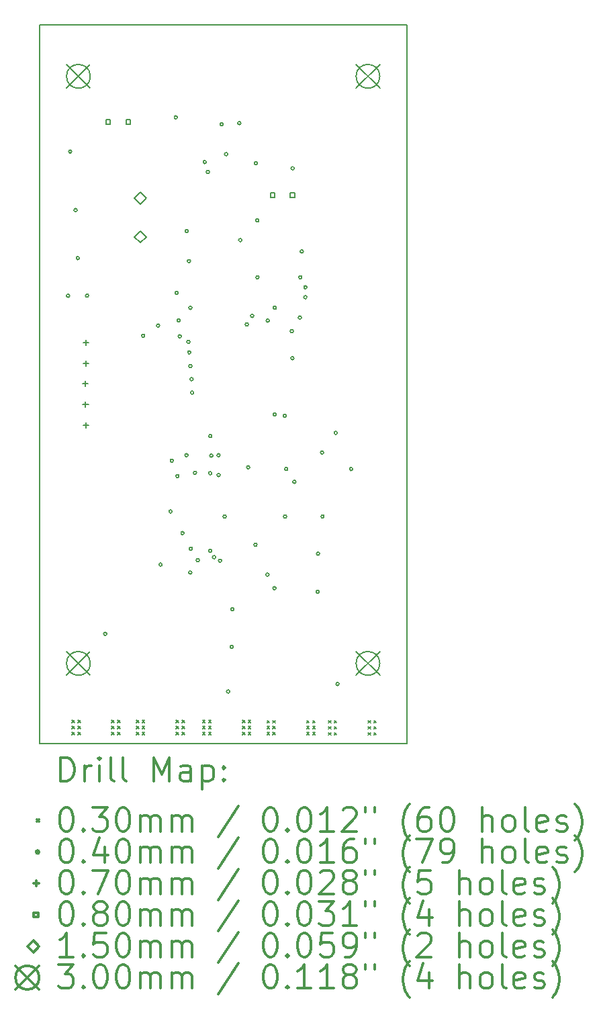
<source format=gbr>
%FSLAX45Y45*%
G04 Gerber Fmt 4.5, Leading zero omitted, Abs format (unit mm)*
G04 Created by KiCad (PCBNEW 4.0.7) date 05/08/19 21:53:56*
%MOMM*%
%LPD*%
G01*
G04 APERTURE LIST*
%ADD10C,0.127000*%
%ADD11C,0.150000*%
%ADD12C,0.200000*%
%ADD13C,0.300000*%
G04 APERTURE END LIST*
D10*
D11*
X15941548Y-13413232D02*
X11313668Y-13413232D01*
X11313160Y-13408914D02*
X11315700Y-13408914D01*
X11313160Y-4347464D02*
X11313160Y-13408914D01*
X15941040Y-4347464D02*
X11313160Y-4347464D01*
X15941040Y-13411200D02*
X15941040Y-4347464D01*
D12*
X11718050Y-13116920D02*
X11748050Y-13146920D01*
X11748050Y-13116920D02*
X11718050Y-13146920D01*
X11718050Y-13191920D02*
X11748050Y-13221920D01*
X11748050Y-13191920D02*
X11718050Y-13221920D01*
X11718050Y-13266920D02*
X11748050Y-13296920D01*
X11748050Y-13266920D02*
X11718050Y-13296920D01*
X11793050Y-13116920D02*
X11823050Y-13146920D01*
X11823050Y-13116920D02*
X11793050Y-13146920D01*
X11793050Y-13191920D02*
X11823050Y-13221920D01*
X11823050Y-13191920D02*
X11793050Y-13221920D01*
X11793050Y-13266920D02*
X11823050Y-13296920D01*
X11823050Y-13266920D02*
X11793050Y-13296920D01*
X12218050Y-13116920D02*
X12248050Y-13146920D01*
X12248050Y-13116920D02*
X12218050Y-13146920D01*
X12218050Y-13191920D02*
X12248050Y-13221920D01*
X12248050Y-13191920D02*
X12218050Y-13221920D01*
X12218050Y-13266920D02*
X12248050Y-13296920D01*
X12248050Y-13266920D02*
X12218050Y-13296920D01*
X12293050Y-13116920D02*
X12323050Y-13146920D01*
X12323050Y-13116920D02*
X12293050Y-13146920D01*
X12293050Y-13191920D02*
X12323050Y-13221920D01*
X12323050Y-13191920D02*
X12293050Y-13221920D01*
X12293050Y-13266920D02*
X12323050Y-13296920D01*
X12323050Y-13266920D02*
X12293050Y-13296920D01*
X12530400Y-13117600D02*
X12560400Y-13147600D01*
X12560400Y-13117600D02*
X12530400Y-13147600D01*
X12530400Y-13192600D02*
X12560400Y-13222600D01*
X12560400Y-13192600D02*
X12530400Y-13222600D01*
X12530400Y-13267600D02*
X12560400Y-13297600D01*
X12560400Y-13267600D02*
X12530400Y-13297600D01*
X12605400Y-13117600D02*
X12635400Y-13147600D01*
X12635400Y-13117600D02*
X12605400Y-13147600D01*
X12605400Y-13192600D02*
X12635400Y-13222600D01*
X12635400Y-13192600D02*
X12605400Y-13222600D01*
X12605400Y-13267600D02*
X12635400Y-13297600D01*
X12635400Y-13267600D02*
X12605400Y-13297600D01*
X13030400Y-13117600D02*
X13060400Y-13147600D01*
X13060400Y-13117600D02*
X13030400Y-13147600D01*
X13030400Y-13192600D02*
X13060400Y-13222600D01*
X13060400Y-13192600D02*
X13030400Y-13222600D01*
X13030400Y-13267600D02*
X13060400Y-13297600D01*
X13060400Y-13267600D02*
X13030400Y-13297600D01*
X13105400Y-13117600D02*
X13135400Y-13147600D01*
X13135400Y-13117600D02*
X13105400Y-13147600D01*
X13105400Y-13192600D02*
X13135400Y-13222600D01*
X13135400Y-13192600D02*
X13105400Y-13222600D01*
X13105400Y-13267600D02*
X13135400Y-13297600D01*
X13135400Y-13267600D02*
X13105400Y-13297600D01*
X13367780Y-13116920D02*
X13397780Y-13146920D01*
X13397780Y-13116920D02*
X13367780Y-13146920D01*
X13367780Y-13191920D02*
X13397780Y-13221920D01*
X13397780Y-13191920D02*
X13367780Y-13221920D01*
X13367780Y-13266920D02*
X13397780Y-13296920D01*
X13397780Y-13266920D02*
X13367780Y-13296920D01*
X13442780Y-13116920D02*
X13472780Y-13146920D01*
X13472780Y-13116920D02*
X13442780Y-13146920D01*
X13442780Y-13191920D02*
X13472780Y-13221920D01*
X13472780Y-13191920D02*
X13442780Y-13221920D01*
X13442780Y-13266920D02*
X13472780Y-13296920D01*
X13472780Y-13266920D02*
X13442780Y-13296920D01*
X13867780Y-13116920D02*
X13897780Y-13146920D01*
X13897780Y-13116920D02*
X13867780Y-13146920D01*
X13867780Y-13191920D02*
X13897780Y-13221920D01*
X13897780Y-13191920D02*
X13867780Y-13221920D01*
X13867780Y-13266920D02*
X13897780Y-13296920D01*
X13897780Y-13266920D02*
X13867780Y-13296920D01*
X13942780Y-13116920D02*
X13972780Y-13146920D01*
X13972780Y-13116920D02*
X13942780Y-13146920D01*
X13942780Y-13191920D02*
X13972780Y-13221920D01*
X13972780Y-13191920D02*
X13942780Y-13221920D01*
X13942780Y-13266920D02*
X13972780Y-13296920D01*
X13972780Y-13266920D02*
X13942780Y-13296920D01*
X14177532Y-13119460D02*
X14207532Y-13149460D01*
X14207532Y-13119460D02*
X14177532Y-13149460D01*
X14177532Y-13194460D02*
X14207532Y-13224460D01*
X14207532Y-13194460D02*
X14177532Y-13224460D01*
X14177532Y-13269460D02*
X14207532Y-13299460D01*
X14207532Y-13269460D02*
X14177532Y-13299460D01*
X14252532Y-13119460D02*
X14282532Y-13149460D01*
X14282532Y-13119460D02*
X14252532Y-13149460D01*
X14252532Y-13194460D02*
X14282532Y-13224460D01*
X14282532Y-13194460D02*
X14252532Y-13224460D01*
X14252532Y-13269460D02*
X14282532Y-13299460D01*
X14282532Y-13269460D02*
X14252532Y-13299460D01*
X14677532Y-13119460D02*
X14707532Y-13149460D01*
X14707532Y-13119460D02*
X14677532Y-13149460D01*
X14677532Y-13194460D02*
X14707532Y-13224460D01*
X14707532Y-13194460D02*
X14677532Y-13224460D01*
X14677532Y-13269460D02*
X14707532Y-13299460D01*
X14707532Y-13269460D02*
X14677532Y-13299460D01*
X14752532Y-13119460D02*
X14782532Y-13149460D01*
X14782532Y-13119460D02*
X14752532Y-13149460D01*
X14752532Y-13194460D02*
X14782532Y-13224460D01*
X14782532Y-13194460D02*
X14752532Y-13224460D01*
X14752532Y-13269460D02*
X14782532Y-13299460D01*
X14782532Y-13269460D02*
X14752532Y-13299460D01*
X14951470Y-13122254D02*
X14981470Y-13152254D01*
X14981470Y-13122254D02*
X14951470Y-13152254D01*
X14951470Y-13197254D02*
X14981470Y-13227254D01*
X14981470Y-13197254D02*
X14951470Y-13227254D01*
X14951470Y-13272254D02*
X14981470Y-13302254D01*
X14981470Y-13272254D02*
X14951470Y-13302254D01*
X15026470Y-13122254D02*
X15056470Y-13152254D01*
X15056470Y-13122254D02*
X15026470Y-13152254D01*
X15026470Y-13197254D02*
X15056470Y-13227254D01*
X15056470Y-13197254D02*
X15026470Y-13227254D01*
X15026470Y-13272254D02*
X15056470Y-13302254D01*
X15056470Y-13272254D02*
X15026470Y-13302254D01*
X15451470Y-13122254D02*
X15481470Y-13152254D01*
X15481470Y-13122254D02*
X15451470Y-13152254D01*
X15451470Y-13197254D02*
X15481470Y-13227254D01*
X15481470Y-13197254D02*
X15451470Y-13227254D01*
X15451470Y-13272254D02*
X15481470Y-13302254D01*
X15481470Y-13272254D02*
X15451470Y-13302254D01*
X15526470Y-13122254D02*
X15556470Y-13152254D01*
X15556470Y-13122254D02*
X15526470Y-13152254D01*
X15526470Y-13197254D02*
X15556470Y-13227254D01*
X15556470Y-13197254D02*
X15526470Y-13227254D01*
X15526470Y-13272254D02*
X15556470Y-13302254D01*
X15556470Y-13272254D02*
X15526470Y-13302254D01*
X11688900Y-7765600D02*
G75*
G03X11688900Y-7765600I-20000J0D01*
G01*
X11716000Y-5948000D02*
G75*
G03X11716000Y-5948000I-20000J0D01*
G01*
X11784000Y-6687000D02*
G75*
G03X11784000Y-6687000I-20000J0D01*
G01*
X11813000Y-7292000D02*
G75*
G03X11813000Y-7292000I-20000J0D01*
G01*
X11928900Y-7764600D02*
G75*
G03X11928900Y-7764600I-20000J0D01*
G01*
X12158312Y-12028268D02*
G75*
G03X12158312Y-12028268I-20000J0D01*
G01*
X12636900Y-8270600D02*
G75*
G03X12636900Y-8270600I-20000J0D01*
G01*
X12823900Y-8142600D02*
G75*
G03X12823900Y-8142600I-20000J0D01*
G01*
X12855890Y-11154156D02*
G75*
G03X12855890Y-11154156I-20000J0D01*
G01*
X12980900Y-10486600D02*
G75*
G03X12980900Y-10486600I-20000J0D01*
G01*
X12996900Y-9844600D02*
G75*
G03X12996900Y-9844600I-20000J0D01*
G01*
X13048000Y-5517000D02*
G75*
G03X13048000Y-5517000I-20000J0D01*
G01*
X13057000Y-7731000D02*
G75*
G03X13057000Y-7731000I-20000J0D01*
G01*
X13068488Y-10039858D02*
G75*
G03X13068488Y-10039858I-20000J0D01*
G01*
X13084000Y-8075000D02*
G75*
G03X13084000Y-8075000I-20000J0D01*
G01*
X13097900Y-8276600D02*
G75*
G03X13097900Y-8276600I-20000J0D01*
G01*
X13132496Y-10757916D02*
G75*
G03X13132496Y-10757916I-20000J0D01*
G01*
X13182788Y-9775698D02*
G75*
G03X13182788Y-9775698I-20000J0D01*
G01*
X13186000Y-6951000D02*
G75*
G03X13186000Y-6951000I-20000J0D01*
G01*
X13206900Y-8346600D02*
G75*
G03X13206900Y-8346600I-20000J0D01*
G01*
X13213000Y-7330000D02*
G75*
G03X13213000Y-7330000I-20000J0D01*
G01*
X13217900Y-8480600D02*
G75*
G03X13217900Y-8480600I-20000J0D01*
G01*
X13231048Y-11255756D02*
G75*
G03X13231048Y-11255756I-20000J0D01*
G01*
X13231900Y-7917600D02*
G75*
G03X13231900Y-7917600I-20000J0D01*
G01*
X13231900Y-8651600D02*
G75*
G03X13231900Y-8651600I-20000J0D01*
G01*
X13237652Y-10955020D02*
G75*
G03X13237652Y-10955020I-20000J0D01*
G01*
X13246900Y-8817600D02*
G75*
G03X13246900Y-8817600I-20000J0D01*
G01*
X13253900Y-8987600D02*
G75*
G03X13253900Y-8987600I-20000J0D01*
G01*
X13289468Y-9997440D02*
G75*
G03X13289468Y-9997440I-20000J0D01*
G01*
X13324520Y-11099292D02*
G75*
G03X13324520Y-11099292I-20000J0D01*
G01*
X13412000Y-6081000D02*
G75*
G03X13412000Y-6081000I-20000J0D01*
G01*
X13450900Y-6205600D02*
G75*
G03X13450900Y-6205600I-20000J0D01*
G01*
X13479968Y-10981944D02*
G75*
G03X13479968Y-10981944I-20000J0D01*
G01*
X13481238Y-10003282D02*
G75*
G03X13481238Y-10003282I-20000J0D01*
G01*
X13483016Y-9534144D02*
G75*
G03X13483016Y-9534144I-20000J0D01*
G01*
X13495716Y-9782048D02*
G75*
G03X13495716Y-9782048I-20000J0D01*
G01*
X13528736Y-11061192D02*
G75*
G03X13528736Y-11061192I-20000J0D01*
G01*
X13586648Y-9774936D02*
G75*
G03X13586648Y-9774936I-20000J0D01*
G01*
X13587410Y-10026142D02*
G75*
G03X13587410Y-10026142I-20000J0D01*
G01*
X13605698Y-11106150D02*
G75*
G03X13605698Y-11106150I-20000J0D01*
G01*
X13625900Y-5606600D02*
G75*
G03X13625900Y-5606600I-20000J0D01*
G01*
X13662900Y-10549600D02*
G75*
G03X13662900Y-10549600I-20000J0D01*
G01*
X13682900Y-5980600D02*
G75*
G03X13682900Y-5980600I-20000J0D01*
G01*
X13707044Y-12754864D02*
G75*
G03X13707044Y-12754864I-20000J0D01*
G01*
X13751240Y-12190476D02*
G75*
G03X13751240Y-12190476I-20000J0D01*
G01*
X13761146Y-11718798D02*
G75*
G03X13761146Y-11718798I-20000J0D01*
G01*
X13848000Y-5591000D02*
G75*
G03X13848000Y-5591000I-20000J0D01*
G01*
X13860900Y-7065600D02*
G75*
G03X13860900Y-7065600I-20000J0D01*
G01*
X13942900Y-8128600D02*
G75*
G03X13942900Y-8128600I-20000J0D01*
G01*
X13959900Y-9927600D02*
G75*
G03X13959900Y-9927600I-20000J0D01*
G01*
X14010900Y-8019600D02*
G75*
G03X14010900Y-8019600I-20000J0D01*
G01*
X14051468Y-10904220D02*
G75*
G03X14051468Y-10904220I-20000J0D01*
G01*
X14057000Y-6097000D02*
G75*
G03X14057000Y-6097000I-20000J0D01*
G01*
X14074900Y-6817600D02*
G75*
G03X14074900Y-6817600I-20000J0D01*
G01*
X14076900Y-7533600D02*
G75*
G03X14076900Y-7533600I-20000J0D01*
G01*
X14202852Y-11281664D02*
G75*
G03X14202852Y-11281664I-20000J0D01*
G01*
X14206900Y-8078600D02*
G75*
G03X14206900Y-8078600I-20000J0D01*
G01*
X14292260Y-11452352D02*
G75*
G03X14292260Y-11452352I-20000J0D01*
G01*
X14293784Y-9261348D02*
G75*
G03X14293784Y-9261348I-20000J0D01*
G01*
X14295900Y-7916600D02*
G75*
G03X14295900Y-7916600I-20000J0D01*
G01*
X14422000Y-9281000D02*
G75*
G03X14422000Y-9281000I-20000J0D01*
G01*
X14425900Y-10548600D02*
G75*
G03X14425900Y-10548600I-20000J0D01*
G01*
X14440000Y-9949000D02*
G75*
G03X14440000Y-9949000I-20000J0D01*
G01*
X14509900Y-8211600D02*
G75*
G03X14509900Y-8211600I-20000J0D01*
G01*
X14517900Y-8554600D02*
G75*
G03X14517900Y-8554600I-20000J0D01*
G01*
X14519900Y-6159600D02*
G75*
G03X14519900Y-6159600I-20000J0D01*
G01*
X14541900Y-10111600D02*
G75*
G03X14541900Y-10111600I-20000J0D01*
G01*
X14611900Y-8041600D02*
G75*
G03X14611900Y-8041600I-20000J0D01*
G01*
X14617900Y-7533600D02*
G75*
G03X14617900Y-7533600I-20000J0D01*
G01*
X14635000Y-7207000D02*
G75*
G03X14635000Y-7207000I-20000J0D01*
G01*
X14679900Y-7784600D02*
G75*
G03X14679900Y-7784600I-20000J0D01*
G01*
X14682000Y-7659600D02*
G75*
G03X14682000Y-7659600I-20000J0D01*
G01*
X14835312Y-11495278D02*
G75*
G03X14835312Y-11495278I-20000J0D01*
G01*
X14840900Y-11017504D02*
G75*
G03X14840900Y-11017504I-20000J0D01*
G01*
X14891700Y-9741408D02*
G75*
G03X14891700Y-9741408I-20000J0D01*
G01*
X14897796Y-10548112D02*
G75*
G03X14897796Y-10548112I-20000J0D01*
G01*
X15064420Y-9494774D02*
G75*
G03X15064420Y-9494774I-20000J0D01*
G01*
X15086412Y-12659844D02*
G75*
G03X15086412Y-12659844I-20000J0D01*
G01*
X15258900Y-9950600D02*
G75*
G03X15258900Y-9950600I-20000J0D01*
G01*
X11886900Y-8839600D02*
X11886900Y-8909600D01*
X11851900Y-8874600D02*
X11921900Y-8874600D01*
X11889900Y-9098600D02*
X11889900Y-9168600D01*
X11854900Y-9133600D02*
X11924900Y-9133600D01*
X11892900Y-8580600D02*
X11892900Y-8650600D01*
X11857900Y-8615600D02*
X11927900Y-8615600D01*
X11894900Y-8320600D02*
X11894900Y-8390600D01*
X11859900Y-8355600D02*
X11929900Y-8355600D01*
X11897900Y-9361600D02*
X11897900Y-9431600D01*
X11862900Y-9396600D02*
X11932900Y-9396600D01*
X12203284Y-5602284D02*
X12203284Y-5545716D01*
X12146715Y-5545716D01*
X12146715Y-5602284D01*
X12203284Y-5602284D01*
X12457284Y-5602284D02*
X12457284Y-5545716D01*
X12400715Y-5545716D01*
X12400715Y-5602284D01*
X12457284Y-5602284D01*
X14278184Y-6526884D02*
X14278184Y-6470315D01*
X14221615Y-6470315D01*
X14221615Y-6526884D01*
X14278184Y-6526884D01*
X14528184Y-6526884D02*
X14528184Y-6470315D01*
X14471615Y-6470315D01*
X14471615Y-6526884D01*
X14528184Y-6526884D01*
X12580900Y-6608600D02*
X12655900Y-6533600D01*
X12580900Y-6458600D01*
X12505900Y-6533600D01*
X12580900Y-6608600D01*
X12580900Y-7098600D02*
X12655900Y-7023600D01*
X12580900Y-6948600D01*
X12505900Y-7023600D01*
X12580900Y-7098600D01*
X11650000Y-4850000D02*
X11950000Y-5150000D01*
X11950000Y-4850000D02*
X11650000Y-5150000D01*
X11950000Y-5000000D02*
G75*
G03X11950000Y-5000000I-150000J0D01*
G01*
X11650000Y-12250000D02*
X11950000Y-12550000D01*
X11950000Y-12250000D02*
X11650000Y-12550000D01*
X11950000Y-12400000D02*
G75*
G03X11950000Y-12400000I-150000J0D01*
G01*
X15300000Y-4850000D02*
X15600000Y-5150000D01*
X15600000Y-4850000D02*
X15300000Y-5150000D01*
X15600000Y-5000000D02*
G75*
G03X15600000Y-5000000I-150000J0D01*
G01*
X15300000Y-12250000D02*
X15600000Y-12550000D01*
X15600000Y-12250000D02*
X15300000Y-12550000D01*
X15600000Y-12400000D02*
G75*
G03X15600000Y-12400000I-150000J0D01*
G01*
D13*
X11577088Y-13886446D02*
X11577088Y-13586446D01*
X11648517Y-13586446D01*
X11691374Y-13600732D01*
X11719946Y-13629303D01*
X11734231Y-13657875D01*
X11748517Y-13715018D01*
X11748517Y-13757875D01*
X11734231Y-13815018D01*
X11719946Y-13843589D01*
X11691374Y-13872161D01*
X11648517Y-13886446D01*
X11577088Y-13886446D01*
X11877088Y-13886446D02*
X11877088Y-13686446D01*
X11877088Y-13743589D02*
X11891374Y-13715018D01*
X11905660Y-13700732D01*
X11934231Y-13686446D01*
X11962803Y-13686446D01*
X12062803Y-13886446D02*
X12062803Y-13686446D01*
X12062803Y-13586446D02*
X12048517Y-13600732D01*
X12062803Y-13615018D01*
X12077088Y-13600732D01*
X12062803Y-13586446D01*
X12062803Y-13615018D01*
X12248517Y-13886446D02*
X12219946Y-13872161D01*
X12205660Y-13843589D01*
X12205660Y-13586446D01*
X12405660Y-13886446D02*
X12377088Y-13872161D01*
X12362803Y-13843589D01*
X12362803Y-13586446D01*
X12748517Y-13886446D02*
X12748517Y-13586446D01*
X12848517Y-13800732D01*
X12948517Y-13586446D01*
X12948517Y-13886446D01*
X13219946Y-13886446D02*
X13219946Y-13729303D01*
X13205660Y-13700732D01*
X13177088Y-13686446D01*
X13119946Y-13686446D01*
X13091374Y-13700732D01*
X13219946Y-13872161D02*
X13191374Y-13886446D01*
X13119946Y-13886446D01*
X13091374Y-13872161D01*
X13077088Y-13843589D01*
X13077088Y-13815018D01*
X13091374Y-13786446D01*
X13119946Y-13772161D01*
X13191374Y-13772161D01*
X13219946Y-13757875D01*
X13362803Y-13686446D02*
X13362803Y-13986446D01*
X13362803Y-13700732D02*
X13391374Y-13686446D01*
X13448517Y-13686446D01*
X13477088Y-13700732D01*
X13491374Y-13715018D01*
X13505660Y-13743589D01*
X13505660Y-13829303D01*
X13491374Y-13857875D01*
X13477088Y-13872161D01*
X13448517Y-13886446D01*
X13391374Y-13886446D01*
X13362803Y-13872161D01*
X13634231Y-13857875D02*
X13648517Y-13872161D01*
X13634231Y-13886446D01*
X13619946Y-13872161D01*
X13634231Y-13857875D01*
X13634231Y-13886446D01*
X13634231Y-13700732D02*
X13648517Y-13715018D01*
X13634231Y-13729303D01*
X13619946Y-13715018D01*
X13634231Y-13700732D01*
X13634231Y-13729303D01*
X11275660Y-14365732D02*
X11305660Y-14395732D01*
X11305660Y-14365732D02*
X11275660Y-14395732D01*
X11634231Y-14216446D02*
X11662803Y-14216446D01*
X11691374Y-14230732D01*
X11705660Y-14245018D01*
X11719946Y-14273589D01*
X11734231Y-14330732D01*
X11734231Y-14402161D01*
X11719946Y-14459303D01*
X11705660Y-14487875D01*
X11691374Y-14502161D01*
X11662803Y-14516446D01*
X11634231Y-14516446D01*
X11605660Y-14502161D01*
X11591374Y-14487875D01*
X11577088Y-14459303D01*
X11562803Y-14402161D01*
X11562803Y-14330732D01*
X11577088Y-14273589D01*
X11591374Y-14245018D01*
X11605660Y-14230732D01*
X11634231Y-14216446D01*
X11862803Y-14487875D02*
X11877088Y-14502161D01*
X11862803Y-14516446D01*
X11848517Y-14502161D01*
X11862803Y-14487875D01*
X11862803Y-14516446D01*
X11977088Y-14216446D02*
X12162803Y-14216446D01*
X12062803Y-14330732D01*
X12105660Y-14330732D01*
X12134231Y-14345018D01*
X12148517Y-14359303D01*
X12162803Y-14387875D01*
X12162803Y-14459303D01*
X12148517Y-14487875D01*
X12134231Y-14502161D01*
X12105660Y-14516446D01*
X12019946Y-14516446D01*
X11991374Y-14502161D01*
X11977088Y-14487875D01*
X12348517Y-14216446D02*
X12377088Y-14216446D01*
X12405660Y-14230732D01*
X12419946Y-14245018D01*
X12434231Y-14273589D01*
X12448517Y-14330732D01*
X12448517Y-14402161D01*
X12434231Y-14459303D01*
X12419946Y-14487875D01*
X12405660Y-14502161D01*
X12377088Y-14516446D01*
X12348517Y-14516446D01*
X12319946Y-14502161D01*
X12305660Y-14487875D01*
X12291374Y-14459303D01*
X12277088Y-14402161D01*
X12277088Y-14330732D01*
X12291374Y-14273589D01*
X12305660Y-14245018D01*
X12319946Y-14230732D01*
X12348517Y-14216446D01*
X12577088Y-14516446D02*
X12577088Y-14316446D01*
X12577088Y-14345018D02*
X12591374Y-14330732D01*
X12619946Y-14316446D01*
X12662803Y-14316446D01*
X12691374Y-14330732D01*
X12705660Y-14359303D01*
X12705660Y-14516446D01*
X12705660Y-14359303D02*
X12719946Y-14330732D01*
X12748517Y-14316446D01*
X12791374Y-14316446D01*
X12819946Y-14330732D01*
X12834231Y-14359303D01*
X12834231Y-14516446D01*
X12977088Y-14516446D02*
X12977088Y-14316446D01*
X12977088Y-14345018D02*
X12991374Y-14330732D01*
X13019946Y-14316446D01*
X13062803Y-14316446D01*
X13091374Y-14330732D01*
X13105660Y-14359303D01*
X13105660Y-14516446D01*
X13105660Y-14359303D02*
X13119946Y-14330732D01*
X13148517Y-14316446D01*
X13191374Y-14316446D01*
X13219946Y-14330732D01*
X13234231Y-14359303D01*
X13234231Y-14516446D01*
X13819946Y-14202161D02*
X13562803Y-14587875D01*
X14205660Y-14216446D02*
X14234231Y-14216446D01*
X14262803Y-14230732D01*
X14277088Y-14245018D01*
X14291374Y-14273589D01*
X14305660Y-14330732D01*
X14305660Y-14402161D01*
X14291374Y-14459303D01*
X14277088Y-14487875D01*
X14262803Y-14502161D01*
X14234231Y-14516446D01*
X14205660Y-14516446D01*
X14177088Y-14502161D01*
X14162803Y-14487875D01*
X14148517Y-14459303D01*
X14134231Y-14402161D01*
X14134231Y-14330732D01*
X14148517Y-14273589D01*
X14162803Y-14245018D01*
X14177088Y-14230732D01*
X14205660Y-14216446D01*
X14434231Y-14487875D02*
X14448517Y-14502161D01*
X14434231Y-14516446D01*
X14419946Y-14502161D01*
X14434231Y-14487875D01*
X14434231Y-14516446D01*
X14634231Y-14216446D02*
X14662803Y-14216446D01*
X14691374Y-14230732D01*
X14705660Y-14245018D01*
X14719945Y-14273589D01*
X14734231Y-14330732D01*
X14734231Y-14402161D01*
X14719945Y-14459303D01*
X14705660Y-14487875D01*
X14691374Y-14502161D01*
X14662803Y-14516446D01*
X14634231Y-14516446D01*
X14605660Y-14502161D01*
X14591374Y-14487875D01*
X14577088Y-14459303D01*
X14562803Y-14402161D01*
X14562803Y-14330732D01*
X14577088Y-14273589D01*
X14591374Y-14245018D01*
X14605660Y-14230732D01*
X14634231Y-14216446D01*
X15019945Y-14516446D02*
X14848517Y-14516446D01*
X14934231Y-14516446D02*
X14934231Y-14216446D01*
X14905660Y-14259303D01*
X14877088Y-14287875D01*
X14848517Y-14302161D01*
X15134231Y-14245018D02*
X15148517Y-14230732D01*
X15177088Y-14216446D01*
X15248517Y-14216446D01*
X15277088Y-14230732D01*
X15291374Y-14245018D01*
X15305660Y-14273589D01*
X15305660Y-14302161D01*
X15291374Y-14345018D01*
X15119945Y-14516446D01*
X15305660Y-14516446D01*
X15419946Y-14216446D02*
X15419946Y-14273589D01*
X15534231Y-14216446D02*
X15534231Y-14273589D01*
X15977088Y-14630732D02*
X15962803Y-14616446D01*
X15934231Y-14573589D01*
X15919945Y-14545018D01*
X15905660Y-14502161D01*
X15891374Y-14430732D01*
X15891374Y-14373589D01*
X15905660Y-14302161D01*
X15919945Y-14259303D01*
X15934231Y-14230732D01*
X15962803Y-14187875D01*
X15977088Y-14173589D01*
X16219945Y-14216446D02*
X16162803Y-14216446D01*
X16134231Y-14230732D01*
X16119945Y-14245018D01*
X16091374Y-14287875D01*
X16077088Y-14345018D01*
X16077088Y-14459303D01*
X16091374Y-14487875D01*
X16105660Y-14502161D01*
X16134231Y-14516446D01*
X16191374Y-14516446D01*
X16219945Y-14502161D01*
X16234231Y-14487875D01*
X16248517Y-14459303D01*
X16248517Y-14387875D01*
X16234231Y-14359303D01*
X16219945Y-14345018D01*
X16191374Y-14330732D01*
X16134231Y-14330732D01*
X16105660Y-14345018D01*
X16091374Y-14359303D01*
X16077088Y-14387875D01*
X16434231Y-14216446D02*
X16462803Y-14216446D01*
X16491374Y-14230732D01*
X16505660Y-14245018D01*
X16519945Y-14273589D01*
X16534231Y-14330732D01*
X16534231Y-14402161D01*
X16519945Y-14459303D01*
X16505660Y-14487875D01*
X16491374Y-14502161D01*
X16462803Y-14516446D01*
X16434231Y-14516446D01*
X16405660Y-14502161D01*
X16391374Y-14487875D01*
X16377088Y-14459303D01*
X16362803Y-14402161D01*
X16362803Y-14330732D01*
X16377088Y-14273589D01*
X16391374Y-14245018D01*
X16405660Y-14230732D01*
X16434231Y-14216446D01*
X16891374Y-14516446D02*
X16891374Y-14216446D01*
X17019946Y-14516446D02*
X17019946Y-14359303D01*
X17005660Y-14330732D01*
X16977088Y-14316446D01*
X16934231Y-14316446D01*
X16905660Y-14330732D01*
X16891374Y-14345018D01*
X17205660Y-14516446D02*
X17177088Y-14502161D01*
X17162803Y-14487875D01*
X17148517Y-14459303D01*
X17148517Y-14373589D01*
X17162803Y-14345018D01*
X17177088Y-14330732D01*
X17205660Y-14316446D01*
X17248517Y-14316446D01*
X17277088Y-14330732D01*
X17291374Y-14345018D01*
X17305660Y-14373589D01*
X17305660Y-14459303D01*
X17291374Y-14487875D01*
X17277088Y-14502161D01*
X17248517Y-14516446D01*
X17205660Y-14516446D01*
X17477088Y-14516446D02*
X17448517Y-14502161D01*
X17434231Y-14473589D01*
X17434231Y-14216446D01*
X17705660Y-14502161D02*
X17677089Y-14516446D01*
X17619946Y-14516446D01*
X17591374Y-14502161D01*
X17577089Y-14473589D01*
X17577089Y-14359303D01*
X17591374Y-14330732D01*
X17619946Y-14316446D01*
X17677089Y-14316446D01*
X17705660Y-14330732D01*
X17719946Y-14359303D01*
X17719946Y-14387875D01*
X17577089Y-14416446D01*
X17834231Y-14502161D02*
X17862803Y-14516446D01*
X17919946Y-14516446D01*
X17948517Y-14502161D01*
X17962803Y-14473589D01*
X17962803Y-14459303D01*
X17948517Y-14430732D01*
X17919946Y-14416446D01*
X17877089Y-14416446D01*
X17848517Y-14402161D01*
X17834231Y-14373589D01*
X17834231Y-14359303D01*
X17848517Y-14330732D01*
X17877089Y-14316446D01*
X17919946Y-14316446D01*
X17948517Y-14330732D01*
X18062803Y-14630732D02*
X18077089Y-14616446D01*
X18105660Y-14573589D01*
X18119946Y-14545018D01*
X18134231Y-14502161D01*
X18148517Y-14430732D01*
X18148517Y-14373589D01*
X18134231Y-14302161D01*
X18119946Y-14259303D01*
X18105660Y-14230732D01*
X18077089Y-14187875D01*
X18062803Y-14173589D01*
X11305660Y-14776732D02*
G75*
G03X11305660Y-14776732I-20000J0D01*
G01*
X11634231Y-14612446D02*
X11662803Y-14612446D01*
X11691374Y-14626732D01*
X11705660Y-14641018D01*
X11719946Y-14669589D01*
X11734231Y-14726732D01*
X11734231Y-14798161D01*
X11719946Y-14855303D01*
X11705660Y-14883875D01*
X11691374Y-14898161D01*
X11662803Y-14912446D01*
X11634231Y-14912446D01*
X11605660Y-14898161D01*
X11591374Y-14883875D01*
X11577088Y-14855303D01*
X11562803Y-14798161D01*
X11562803Y-14726732D01*
X11577088Y-14669589D01*
X11591374Y-14641018D01*
X11605660Y-14626732D01*
X11634231Y-14612446D01*
X11862803Y-14883875D02*
X11877088Y-14898161D01*
X11862803Y-14912446D01*
X11848517Y-14898161D01*
X11862803Y-14883875D01*
X11862803Y-14912446D01*
X12134231Y-14712446D02*
X12134231Y-14912446D01*
X12062803Y-14598161D02*
X11991374Y-14812446D01*
X12177088Y-14812446D01*
X12348517Y-14612446D02*
X12377088Y-14612446D01*
X12405660Y-14626732D01*
X12419946Y-14641018D01*
X12434231Y-14669589D01*
X12448517Y-14726732D01*
X12448517Y-14798161D01*
X12434231Y-14855303D01*
X12419946Y-14883875D01*
X12405660Y-14898161D01*
X12377088Y-14912446D01*
X12348517Y-14912446D01*
X12319946Y-14898161D01*
X12305660Y-14883875D01*
X12291374Y-14855303D01*
X12277088Y-14798161D01*
X12277088Y-14726732D01*
X12291374Y-14669589D01*
X12305660Y-14641018D01*
X12319946Y-14626732D01*
X12348517Y-14612446D01*
X12577088Y-14912446D02*
X12577088Y-14712446D01*
X12577088Y-14741018D02*
X12591374Y-14726732D01*
X12619946Y-14712446D01*
X12662803Y-14712446D01*
X12691374Y-14726732D01*
X12705660Y-14755303D01*
X12705660Y-14912446D01*
X12705660Y-14755303D02*
X12719946Y-14726732D01*
X12748517Y-14712446D01*
X12791374Y-14712446D01*
X12819946Y-14726732D01*
X12834231Y-14755303D01*
X12834231Y-14912446D01*
X12977088Y-14912446D02*
X12977088Y-14712446D01*
X12977088Y-14741018D02*
X12991374Y-14726732D01*
X13019946Y-14712446D01*
X13062803Y-14712446D01*
X13091374Y-14726732D01*
X13105660Y-14755303D01*
X13105660Y-14912446D01*
X13105660Y-14755303D02*
X13119946Y-14726732D01*
X13148517Y-14712446D01*
X13191374Y-14712446D01*
X13219946Y-14726732D01*
X13234231Y-14755303D01*
X13234231Y-14912446D01*
X13819946Y-14598161D02*
X13562803Y-14983875D01*
X14205660Y-14612446D02*
X14234231Y-14612446D01*
X14262803Y-14626732D01*
X14277088Y-14641018D01*
X14291374Y-14669589D01*
X14305660Y-14726732D01*
X14305660Y-14798161D01*
X14291374Y-14855303D01*
X14277088Y-14883875D01*
X14262803Y-14898161D01*
X14234231Y-14912446D01*
X14205660Y-14912446D01*
X14177088Y-14898161D01*
X14162803Y-14883875D01*
X14148517Y-14855303D01*
X14134231Y-14798161D01*
X14134231Y-14726732D01*
X14148517Y-14669589D01*
X14162803Y-14641018D01*
X14177088Y-14626732D01*
X14205660Y-14612446D01*
X14434231Y-14883875D02*
X14448517Y-14898161D01*
X14434231Y-14912446D01*
X14419946Y-14898161D01*
X14434231Y-14883875D01*
X14434231Y-14912446D01*
X14634231Y-14612446D02*
X14662803Y-14612446D01*
X14691374Y-14626732D01*
X14705660Y-14641018D01*
X14719945Y-14669589D01*
X14734231Y-14726732D01*
X14734231Y-14798161D01*
X14719945Y-14855303D01*
X14705660Y-14883875D01*
X14691374Y-14898161D01*
X14662803Y-14912446D01*
X14634231Y-14912446D01*
X14605660Y-14898161D01*
X14591374Y-14883875D01*
X14577088Y-14855303D01*
X14562803Y-14798161D01*
X14562803Y-14726732D01*
X14577088Y-14669589D01*
X14591374Y-14641018D01*
X14605660Y-14626732D01*
X14634231Y-14612446D01*
X15019945Y-14912446D02*
X14848517Y-14912446D01*
X14934231Y-14912446D02*
X14934231Y-14612446D01*
X14905660Y-14655303D01*
X14877088Y-14683875D01*
X14848517Y-14698161D01*
X15277088Y-14612446D02*
X15219945Y-14612446D01*
X15191374Y-14626732D01*
X15177088Y-14641018D01*
X15148517Y-14683875D01*
X15134231Y-14741018D01*
X15134231Y-14855303D01*
X15148517Y-14883875D01*
X15162803Y-14898161D01*
X15191374Y-14912446D01*
X15248517Y-14912446D01*
X15277088Y-14898161D01*
X15291374Y-14883875D01*
X15305660Y-14855303D01*
X15305660Y-14783875D01*
X15291374Y-14755303D01*
X15277088Y-14741018D01*
X15248517Y-14726732D01*
X15191374Y-14726732D01*
X15162803Y-14741018D01*
X15148517Y-14755303D01*
X15134231Y-14783875D01*
X15419946Y-14612446D02*
X15419946Y-14669589D01*
X15534231Y-14612446D02*
X15534231Y-14669589D01*
X15977088Y-15026732D02*
X15962803Y-15012446D01*
X15934231Y-14969589D01*
X15919945Y-14941018D01*
X15905660Y-14898161D01*
X15891374Y-14826732D01*
X15891374Y-14769589D01*
X15905660Y-14698161D01*
X15919945Y-14655303D01*
X15934231Y-14626732D01*
X15962803Y-14583875D01*
X15977088Y-14569589D01*
X16062803Y-14612446D02*
X16262803Y-14612446D01*
X16134231Y-14912446D01*
X16391374Y-14912446D02*
X16448517Y-14912446D01*
X16477088Y-14898161D01*
X16491374Y-14883875D01*
X16519945Y-14841018D01*
X16534231Y-14783875D01*
X16534231Y-14669589D01*
X16519945Y-14641018D01*
X16505660Y-14626732D01*
X16477088Y-14612446D01*
X16419945Y-14612446D01*
X16391374Y-14626732D01*
X16377088Y-14641018D01*
X16362803Y-14669589D01*
X16362803Y-14741018D01*
X16377088Y-14769589D01*
X16391374Y-14783875D01*
X16419945Y-14798161D01*
X16477088Y-14798161D01*
X16505660Y-14783875D01*
X16519945Y-14769589D01*
X16534231Y-14741018D01*
X16891374Y-14912446D02*
X16891374Y-14612446D01*
X17019946Y-14912446D02*
X17019946Y-14755303D01*
X17005660Y-14726732D01*
X16977088Y-14712446D01*
X16934231Y-14712446D01*
X16905660Y-14726732D01*
X16891374Y-14741018D01*
X17205660Y-14912446D02*
X17177088Y-14898161D01*
X17162803Y-14883875D01*
X17148517Y-14855303D01*
X17148517Y-14769589D01*
X17162803Y-14741018D01*
X17177088Y-14726732D01*
X17205660Y-14712446D01*
X17248517Y-14712446D01*
X17277088Y-14726732D01*
X17291374Y-14741018D01*
X17305660Y-14769589D01*
X17305660Y-14855303D01*
X17291374Y-14883875D01*
X17277088Y-14898161D01*
X17248517Y-14912446D01*
X17205660Y-14912446D01*
X17477088Y-14912446D02*
X17448517Y-14898161D01*
X17434231Y-14869589D01*
X17434231Y-14612446D01*
X17705660Y-14898161D02*
X17677089Y-14912446D01*
X17619946Y-14912446D01*
X17591374Y-14898161D01*
X17577089Y-14869589D01*
X17577089Y-14755303D01*
X17591374Y-14726732D01*
X17619946Y-14712446D01*
X17677089Y-14712446D01*
X17705660Y-14726732D01*
X17719946Y-14755303D01*
X17719946Y-14783875D01*
X17577089Y-14812446D01*
X17834231Y-14898161D02*
X17862803Y-14912446D01*
X17919946Y-14912446D01*
X17948517Y-14898161D01*
X17962803Y-14869589D01*
X17962803Y-14855303D01*
X17948517Y-14826732D01*
X17919946Y-14812446D01*
X17877089Y-14812446D01*
X17848517Y-14798161D01*
X17834231Y-14769589D01*
X17834231Y-14755303D01*
X17848517Y-14726732D01*
X17877089Y-14712446D01*
X17919946Y-14712446D01*
X17948517Y-14726732D01*
X18062803Y-15026732D02*
X18077089Y-15012446D01*
X18105660Y-14969589D01*
X18119946Y-14941018D01*
X18134231Y-14898161D01*
X18148517Y-14826732D01*
X18148517Y-14769589D01*
X18134231Y-14698161D01*
X18119946Y-14655303D01*
X18105660Y-14626732D01*
X18077089Y-14583875D01*
X18062803Y-14569589D01*
X11270660Y-15137732D02*
X11270660Y-15207732D01*
X11235660Y-15172732D02*
X11305660Y-15172732D01*
X11634231Y-15008446D02*
X11662803Y-15008446D01*
X11691374Y-15022732D01*
X11705660Y-15037018D01*
X11719946Y-15065589D01*
X11734231Y-15122732D01*
X11734231Y-15194161D01*
X11719946Y-15251303D01*
X11705660Y-15279875D01*
X11691374Y-15294161D01*
X11662803Y-15308446D01*
X11634231Y-15308446D01*
X11605660Y-15294161D01*
X11591374Y-15279875D01*
X11577088Y-15251303D01*
X11562803Y-15194161D01*
X11562803Y-15122732D01*
X11577088Y-15065589D01*
X11591374Y-15037018D01*
X11605660Y-15022732D01*
X11634231Y-15008446D01*
X11862803Y-15279875D02*
X11877088Y-15294161D01*
X11862803Y-15308446D01*
X11848517Y-15294161D01*
X11862803Y-15279875D01*
X11862803Y-15308446D01*
X11977088Y-15008446D02*
X12177088Y-15008446D01*
X12048517Y-15308446D01*
X12348517Y-15008446D02*
X12377088Y-15008446D01*
X12405660Y-15022732D01*
X12419946Y-15037018D01*
X12434231Y-15065589D01*
X12448517Y-15122732D01*
X12448517Y-15194161D01*
X12434231Y-15251303D01*
X12419946Y-15279875D01*
X12405660Y-15294161D01*
X12377088Y-15308446D01*
X12348517Y-15308446D01*
X12319946Y-15294161D01*
X12305660Y-15279875D01*
X12291374Y-15251303D01*
X12277088Y-15194161D01*
X12277088Y-15122732D01*
X12291374Y-15065589D01*
X12305660Y-15037018D01*
X12319946Y-15022732D01*
X12348517Y-15008446D01*
X12577088Y-15308446D02*
X12577088Y-15108446D01*
X12577088Y-15137018D02*
X12591374Y-15122732D01*
X12619946Y-15108446D01*
X12662803Y-15108446D01*
X12691374Y-15122732D01*
X12705660Y-15151303D01*
X12705660Y-15308446D01*
X12705660Y-15151303D02*
X12719946Y-15122732D01*
X12748517Y-15108446D01*
X12791374Y-15108446D01*
X12819946Y-15122732D01*
X12834231Y-15151303D01*
X12834231Y-15308446D01*
X12977088Y-15308446D02*
X12977088Y-15108446D01*
X12977088Y-15137018D02*
X12991374Y-15122732D01*
X13019946Y-15108446D01*
X13062803Y-15108446D01*
X13091374Y-15122732D01*
X13105660Y-15151303D01*
X13105660Y-15308446D01*
X13105660Y-15151303D02*
X13119946Y-15122732D01*
X13148517Y-15108446D01*
X13191374Y-15108446D01*
X13219946Y-15122732D01*
X13234231Y-15151303D01*
X13234231Y-15308446D01*
X13819946Y-14994161D02*
X13562803Y-15379875D01*
X14205660Y-15008446D02*
X14234231Y-15008446D01*
X14262803Y-15022732D01*
X14277088Y-15037018D01*
X14291374Y-15065589D01*
X14305660Y-15122732D01*
X14305660Y-15194161D01*
X14291374Y-15251303D01*
X14277088Y-15279875D01*
X14262803Y-15294161D01*
X14234231Y-15308446D01*
X14205660Y-15308446D01*
X14177088Y-15294161D01*
X14162803Y-15279875D01*
X14148517Y-15251303D01*
X14134231Y-15194161D01*
X14134231Y-15122732D01*
X14148517Y-15065589D01*
X14162803Y-15037018D01*
X14177088Y-15022732D01*
X14205660Y-15008446D01*
X14434231Y-15279875D02*
X14448517Y-15294161D01*
X14434231Y-15308446D01*
X14419946Y-15294161D01*
X14434231Y-15279875D01*
X14434231Y-15308446D01*
X14634231Y-15008446D02*
X14662803Y-15008446D01*
X14691374Y-15022732D01*
X14705660Y-15037018D01*
X14719945Y-15065589D01*
X14734231Y-15122732D01*
X14734231Y-15194161D01*
X14719945Y-15251303D01*
X14705660Y-15279875D01*
X14691374Y-15294161D01*
X14662803Y-15308446D01*
X14634231Y-15308446D01*
X14605660Y-15294161D01*
X14591374Y-15279875D01*
X14577088Y-15251303D01*
X14562803Y-15194161D01*
X14562803Y-15122732D01*
X14577088Y-15065589D01*
X14591374Y-15037018D01*
X14605660Y-15022732D01*
X14634231Y-15008446D01*
X14848517Y-15037018D02*
X14862803Y-15022732D01*
X14891374Y-15008446D01*
X14962803Y-15008446D01*
X14991374Y-15022732D01*
X15005660Y-15037018D01*
X15019945Y-15065589D01*
X15019945Y-15094161D01*
X15005660Y-15137018D01*
X14834231Y-15308446D01*
X15019945Y-15308446D01*
X15191374Y-15137018D02*
X15162803Y-15122732D01*
X15148517Y-15108446D01*
X15134231Y-15079875D01*
X15134231Y-15065589D01*
X15148517Y-15037018D01*
X15162803Y-15022732D01*
X15191374Y-15008446D01*
X15248517Y-15008446D01*
X15277088Y-15022732D01*
X15291374Y-15037018D01*
X15305660Y-15065589D01*
X15305660Y-15079875D01*
X15291374Y-15108446D01*
X15277088Y-15122732D01*
X15248517Y-15137018D01*
X15191374Y-15137018D01*
X15162803Y-15151303D01*
X15148517Y-15165589D01*
X15134231Y-15194161D01*
X15134231Y-15251303D01*
X15148517Y-15279875D01*
X15162803Y-15294161D01*
X15191374Y-15308446D01*
X15248517Y-15308446D01*
X15277088Y-15294161D01*
X15291374Y-15279875D01*
X15305660Y-15251303D01*
X15305660Y-15194161D01*
X15291374Y-15165589D01*
X15277088Y-15151303D01*
X15248517Y-15137018D01*
X15419946Y-15008446D02*
X15419946Y-15065589D01*
X15534231Y-15008446D02*
X15534231Y-15065589D01*
X15977088Y-15422732D02*
X15962803Y-15408446D01*
X15934231Y-15365589D01*
X15919945Y-15337018D01*
X15905660Y-15294161D01*
X15891374Y-15222732D01*
X15891374Y-15165589D01*
X15905660Y-15094161D01*
X15919945Y-15051303D01*
X15934231Y-15022732D01*
X15962803Y-14979875D01*
X15977088Y-14965589D01*
X16234231Y-15008446D02*
X16091374Y-15008446D01*
X16077088Y-15151303D01*
X16091374Y-15137018D01*
X16119945Y-15122732D01*
X16191374Y-15122732D01*
X16219945Y-15137018D01*
X16234231Y-15151303D01*
X16248517Y-15179875D01*
X16248517Y-15251303D01*
X16234231Y-15279875D01*
X16219945Y-15294161D01*
X16191374Y-15308446D01*
X16119945Y-15308446D01*
X16091374Y-15294161D01*
X16077088Y-15279875D01*
X16605660Y-15308446D02*
X16605660Y-15008446D01*
X16734231Y-15308446D02*
X16734231Y-15151303D01*
X16719945Y-15122732D01*
X16691374Y-15108446D01*
X16648517Y-15108446D01*
X16619945Y-15122732D01*
X16605660Y-15137018D01*
X16919946Y-15308446D02*
X16891374Y-15294161D01*
X16877088Y-15279875D01*
X16862803Y-15251303D01*
X16862803Y-15165589D01*
X16877088Y-15137018D01*
X16891374Y-15122732D01*
X16919946Y-15108446D01*
X16962803Y-15108446D01*
X16991374Y-15122732D01*
X17005660Y-15137018D01*
X17019946Y-15165589D01*
X17019946Y-15251303D01*
X17005660Y-15279875D01*
X16991374Y-15294161D01*
X16962803Y-15308446D01*
X16919946Y-15308446D01*
X17191374Y-15308446D02*
X17162803Y-15294161D01*
X17148517Y-15265589D01*
X17148517Y-15008446D01*
X17419946Y-15294161D02*
X17391374Y-15308446D01*
X17334231Y-15308446D01*
X17305660Y-15294161D01*
X17291374Y-15265589D01*
X17291374Y-15151303D01*
X17305660Y-15122732D01*
X17334231Y-15108446D01*
X17391374Y-15108446D01*
X17419946Y-15122732D01*
X17434231Y-15151303D01*
X17434231Y-15179875D01*
X17291374Y-15208446D01*
X17548517Y-15294161D02*
X17577089Y-15308446D01*
X17634231Y-15308446D01*
X17662803Y-15294161D01*
X17677089Y-15265589D01*
X17677089Y-15251303D01*
X17662803Y-15222732D01*
X17634231Y-15208446D01*
X17591374Y-15208446D01*
X17562803Y-15194161D01*
X17548517Y-15165589D01*
X17548517Y-15151303D01*
X17562803Y-15122732D01*
X17591374Y-15108446D01*
X17634231Y-15108446D01*
X17662803Y-15122732D01*
X17777088Y-15422732D02*
X17791374Y-15408446D01*
X17819946Y-15365589D01*
X17834231Y-15337018D01*
X17848517Y-15294161D01*
X17862803Y-15222732D01*
X17862803Y-15165589D01*
X17848517Y-15094161D01*
X17834231Y-15051303D01*
X17819946Y-15022732D01*
X17791374Y-14979875D01*
X17777088Y-14965589D01*
X11293944Y-15597017D02*
X11293944Y-15540448D01*
X11237375Y-15540448D01*
X11237375Y-15597017D01*
X11293944Y-15597017D01*
X11634231Y-15404446D02*
X11662803Y-15404446D01*
X11691374Y-15418732D01*
X11705660Y-15433018D01*
X11719946Y-15461589D01*
X11734231Y-15518732D01*
X11734231Y-15590161D01*
X11719946Y-15647303D01*
X11705660Y-15675875D01*
X11691374Y-15690161D01*
X11662803Y-15704446D01*
X11634231Y-15704446D01*
X11605660Y-15690161D01*
X11591374Y-15675875D01*
X11577088Y-15647303D01*
X11562803Y-15590161D01*
X11562803Y-15518732D01*
X11577088Y-15461589D01*
X11591374Y-15433018D01*
X11605660Y-15418732D01*
X11634231Y-15404446D01*
X11862803Y-15675875D02*
X11877088Y-15690161D01*
X11862803Y-15704446D01*
X11848517Y-15690161D01*
X11862803Y-15675875D01*
X11862803Y-15704446D01*
X12048517Y-15533018D02*
X12019946Y-15518732D01*
X12005660Y-15504446D01*
X11991374Y-15475875D01*
X11991374Y-15461589D01*
X12005660Y-15433018D01*
X12019946Y-15418732D01*
X12048517Y-15404446D01*
X12105660Y-15404446D01*
X12134231Y-15418732D01*
X12148517Y-15433018D01*
X12162803Y-15461589D01*
X12162803Y-15475875D01*
X12148517Y-15504446D01*
X12134231Y-15518732D01*
X12105660Y-15533018D01*
X12048517Y-15533018D01*
X12019946Y-15547303D01*
X12005660Y-15561589D01*
X11991374Y-15590161D01*
X11991374Y-15647303D01*
X12005660Y-15675875D01*
X12019946Y-15690161D01*
X12048517Y-15704446D01*
X12105660Y-15704446D01*
X12134231Y-15690161D01*
X12148517Y-15675875D01*
X12162803Y-15647303D01*
X12162803Y-15590161D01*
X12148517Y-15561589D01*
X12134231Y-15547303D01*
X12105660Y-15533018D01*
X12348517Y-15404446D02*
X12377088Y-15404446D01*
X12405660Y-15418732D01*
X12419946Y-15433018D01*
X12434231Y-15461589D01*
X12448517Y-15518732D01*
X12448517Y-15590161D01*
X12434231Y-15647303D01*
X12419946Y-15675875D01*
X12405660Y-15690161D01*
X12377088Y-15704446D01*
X12348517Y-15704446D01*
X12319946Y-15690161D01*
X12305660Y-15675875D01*
X12291374Y-15647303D01*
X12277088Y-15590161D01*
X12277088Y-15518732D01*
X12291374Y-15461589D01*
X12305660Y-15433018D01*
X12319946Y-15418732D01*
X12348517Y-15404446D01*
X12577088Y-15704446D02*
X12577088Y-15504446D01*
X12577088Y-15533018D02*
X12591374Y-15518732D01*
X12619946Y-15504446D01*
X12662803Y-15504446D01*
X12691374Y-15518732D01*
X12705660Y-15547303D01*
X12705660Y-15704446D01*
X12705660Y-15547303D02*
X12719946Y-15518732D01*
X12748517Y-15504446D01*
X12791374Y-15504446D01*
X12819946Y-15518732D01*
X12834231Y-15547303D01*
X12834231Y-15704446D01*
X12977088Y-15704446D02*
X12977088Y-15504446D01*
X12977088Y-15533018D02*
X12991374Y-15518732D01*
X13019946Y-15504446D01*
X13062803Y-15504446D01*
X13091374Y-15518732D01*
X13105660Y-15547303D01*
X13105660Y-15704446D01*
X13105660Y-15547303D02*
X13119946Y-15518732D01*
X13148517Y-15504446D01*
X13191374Y-15504446D01*
X13219946Y-15518732D01*
X13234231Y-15547303D01*
X13234231Y-15704446D01*
X13819946Y-15390161D02*
X13562803Y-15775875D01*
X14205660Y-15404446D02*
X14234231Y-15404446D01*
X14262803Y-15418732D01*
X14277088Y-15433018D01*
X14291374Y-15461589D01*
X14305660Y-15518732D01*
X14305660Y-15590161D01*
X14291374Y-15647303D01*
X14277088Y-15675875D01*
X14262803Y-15690161D01*
X14234231Y-15704446D01*
X14205660Y-15704446D01*
X14177088Y-15690161D01*
X14162803Y-15675875D01*
X14148517Y-15647303D01*
X14134231Y-15590161D01*
X14134231Y-15518732D01*
X14148517Y-15461589D01*
X14162803Y-15433018D01*
X14177088Y-15418732D01*
X14205660Y-15404446D01*
X14434231Y-15675875D02*
X14448517Y-15690161D01*
X14434231Y-15704446D01*
X14419946Y-15690161D01*
X14434231Y-15675875D01*
X14434231Y-15704446D01*
X14634231Y-15404446D02*
X14662803Y-15404446D01*
X14691374Y-15418732D01*
X14705660Y-15433018D01*
X14719945Y-15461589D01*
X14734231Y-15518732D01*
X14734231Y-15590161D01*
X14719945Y-15647303D01*
X14705660Y-15675875D01*
X14691374Y-15690161D01*
X14662803Y-15704446D01*
X14634231Y-15704446D01*
X14605660Y-15690161D01*
X14591374Y-15675875D01*
X14577088Y-15647303D01*
X14562803Y-15590161D01*
X14562803Y-15518732D01*
X14577088Y-15461589D01*
X14591374Y-15433018D01*
X14605660Y-15418732D01*
X14634231Y-15404446D01*
X14834231Y-15404446D02*
X15019945Y-15404446D01*
X14919945Y-15518732D01*
X14962803Y-15518732D01*
X14991374Y-15533018D01*
X15005660Y-15547303D01*
X15019945Y-15575875D01*
X15019945Y-15647303D01*
X15005660Y-15675875D01*
X14991374Y-15690161D01*
X14962803Y-15704446D01*
X14877088Y-15704446D01*
X14848517Y-15690161D01*
X14834231Y-15675875D01*
X15305660Y-15704446D02*
X15134231Y-15704446D01*
X15219945Y-15704446D02*
X15219945Y-15404446D01*
X15191374Y-15447303D01*
X15162803Y-15475875D01*
X15134231Y-15490161D01*
X15419946Y-15404446D02*
X15419946Y-15461589D01*
X15534231Y-15404446D02*
X15534231Y-15461589D01*
X15977088Y-15818732D02*
X15962803Y-15804446D01*
X15934231Y-15761589D01*
X15919945Y-15733018D01*
X15905660Y-15690161D01*
X15891374Y-15618732D01*
X15891374Y-15561589D01*
X15905660Y-15490161D01*
X15919945Y-15447303D01*
X15934231Y-15418732D01*
X15962803Y-15375875D01*
X15977088Y-15361589D01*
X16219945Y-15504446D02*
X16219945Y-15704446D01*
X16148517Y-15390161D02*
X16077088Y-15604446D01*
X16262803Y-15604446D01*
X16605660Y-15704446D02*
X16605660Y-15404446D01*
X16734231Y-15704446D02*
X16734231Y-15547303D01*
X16719945Y-15518732D01*
X16691374Y-15504446D01*
X16648517Y-15504446D01*
X16619945Y-15518732D01*
X16605660Y-15533018D01*
X16919946Y-15704446D02*
X16891374Y-15690161D01*
X16877088Y-15675875D01*
X16862803Y-15647303D01*
X16862803Y-15561589D01*
X16877088Y-15533018D01*
X16891374Y-15518732D01*
X16919946Y-15504446D01*
X16962803Y-15504446D01*
X16991374Y-15518732D01*
X17005660Y-15533018D01*
X17019946Y-15561589D01*
X17019946Y-15647303D01*
X17005660Y-15675875D01*
X16991374Y-15690161D01*
X16962803Y-15704446D01*
X16919946Y-15704446D01*
X17191374Y-15704446D02*
X17162803Y-15690161D01*
X17148517Y-15661589D01*
X17148517Y-15404446D01*
X17419946Y-15690161D02*
X17391374Y-15704446D01*
X17334231Y-15704446D01*
X17305660Y-15690161D01*
X17291374Y-15661589D01*
X17291374Y-15547303D01*
X17305660Y-15518732D01*
X17334231Y-15504446D01*
X17391374Y-15504446D01*
X17419946Y-15518732D01*
X17434231Y-15547303D01*
X17434231Y-15575875D01*
X17291374Y-15604446D01*
X17548517Y-15690161D02*
X17577089Y-15704446D01*
X17634231Y-15704446D01*
X17662803Y-15690161D01*
X17677089Y-15661589D01*
X17677089Y-15647303D01*
X17662803Y-15618732D01*
X17634231Y-15604446D01*
X17591374Y-15604446D01*
X17562803Y-15590161D01*
X17548517Y-15561589D01*
X17548517Y-15547303D01*
X17562803Y-15518732D01*
X17591374Y-15504446D01*
X17634231Y-15504446D01*
X17662803Y-15518732D01*
X17777088Y-15818732D02*
X17791374Y-15804446D01*
X17819946Y-15761589D01*
X17834231Y-15733018D01*
X17848517Y-15690161D01*
X17862803Y-15618732D01*
X17862803Y-15561589D01*
X17848517Y-15490161D01*
X17834231Y-15447303D01*
X17819946Y-15418732D01*
X17791374Y-15375875D01*
X17777088Y-15361589D01*
X11230660Y-16039732D02*
X11305660Y-15964732D01*
X11230660Y-15889732D01*
X11155660Y-15964732D01*
X11230660Y-16039732D01*
X11734231Y-16100446D02*
X11562803Y-16100446D01*
X11648517Y-16100446D02*
X11648517Y-15800446D01*
X11619946Y-15843303D01*
X11591374Y-15871875D01*
X11562803Y-15886161D01*
X11862803Y-16071875D02*
X11877088Y-16086161D01*
X11862803Y-16100446D01*
X11848517Y-16086161D01*
X11862803Y-16071875D01*
X11862803Y-16100446D01*
X12148517Y-15800446D02*
X12005660Y-15800446D01*
X11991374Y-15943303D01*
X12005660Y-15929018D01*
X12034231Y-15914732D01*
X12105660Y-15914732D01*
X12134231Y-15929018D01*
X12148517Y-15943303D01*
X12162803Y-15971875D01*
X12162803Y-16043303D01*
X12148517Y-16071875D01*
X12134231Y-16086161D01*
X12105660Y-16100446D01*
X12034231Y-16100446D01*
X12005660Y-16086161D01*
X11991374Y-16071875D01*
X12348517Y-15800446D02*
X12377088Y-15800446D01*
X12405660Y-15814732D01*
X12419946Y-15829018D01*
X12434231Y-15857589D01*
X12448517Y-15914732D01*
X12448517Y-15986161D01*
X12434231Y-16043303D01*
X12419946Y-16071875D01*
X12405660Y-16086161D01*
X12377088Y-16100446D01*
X12348517Y-16100446D01*
X12319946Y-16086161D01*
X12305660Y-16071875D01*
X12291374Y-16043303D01*
X12277088Y-15986161D01*
X12277088Y-15914732D01*
X12291374Y-15857589D01*
X12305660Y-15829018D01*
X12319946Y-15814732D01*
X12348517Y-15800446D01*
X12577088Y-16100446D02*
X12577088Y-15900446D01*
X12577088Y-15929018D02*
X12591374Y-15914732D01*
X12619946Y-15900446D01*
X12662803Y-15900446D01*
X12691374Y-15914732D01*
X12705660Y-15943303D01*
X12705660Y-16100446D01*
X12705660Y-15943303D02*
X12719946Y-15914732D01*
X12748517Y-15900446D01*
X12791374Y-15900446D01*
X12819946Y-15914732D01*
X12834231Y-15943303D01*
X12834231Y-16100446D01*
X12977088Y-16100446D02*
X12977088Y-15900446D01*
X12977088Y-15929018D02*
X12991374Y-15914732D01*
X13019946Y-15900446D01*
X13062803Y-15900446D01*
X13091374Y-15914732D01*
X13105660Y-15943303D01*
X13105660Y-16100446D01*
X13105660Y-15943303D02*
X13119946Y-15914732D01*
X13148517Y-15900446D01*
X13191374Y-15900446D01*
X13219946Y-15914732D01*
X13234231Y-15943303D01*
X13234231Y-16100446D01*
X13819946Y-15786161D02*
X13562803Y-16171875D01*
X14205660Y-15800446D02*
X14234231Y-15800446D01*
X14262803Y-15814732D01*
X14277088Y-15829018D01*
X14291374Y-15857589D01*
X14305660Y-15914732D01*
X14305660Y-15986161D01*
X14291374Y-16043303D01*
X14277088Y-16071875D01*
X14262803Y-16086161D01*
X14234231Y-16100446D01*
X14205660Y-16100446D01*
X14177088Y-16086161D01*
X14162803Y-16071875D01*
X14148517Y-16043303D01*
X14134231Y-15986161D01*
X14134231Y-15914732D01*
X14148517Y-15857589D01*
X14162803Y-15829018D01*
X14177088Y-15814732D01*
X14205660Y-15800446D01*
X14434231Y-16071875D02*
X14448517Y-16086161D01*
X14434231Y-16100446D01*
X14419946Y-16086161D01*
X14434231Y-16071875D01*
X14434231Y-16100446D01*
X14634231Y-15800446D02*
X14662803Y-15800446D01*
X14691374Y-15814732D01*
X14705660Y-15829018D01*
X14719945Y-15857589D01*
X14734231Y-15914732D01*
X14734231Y-15986161D01*
X14719945Y-16043303D01*
X14705660Y-16071875D01*
X14691374Y-16086161D01*
X14662803Y-16100446D01*
X14634231Y-16100446D01*
X14605660Y-16086161D01*
X14591374Y-16071875D01*
X14577088Y-16043303D01*
X14562803Y-15986161D01*
X14562803Y-15914732D01*
X14577088Y-15857589D01*
X14591374Y-15829018D01*
X14605660Y-15814732D01*
X14634231Y-15800446D01*
X15005660Y-15800446D02*
X14862803Y-15800446D01*
X14848517Y-15943303D01*
X14862803Y-15929018D01*
X14891374Y-15914732D01*
X14962803Y-15914732D01*
X14991374Y-15929018D01*
X15005660Y-15943303D01*
X15019945Y-15971875D01*
X15019945Y-16043303D01*
X15005660Y-16071875D01*
X14991374Y-16086161D01*
X14962803Y-16100446D01*
X14891374Y-16100446D01*
X14862803Y-16086161D01*
X14848517Y-16071875D01*
X15162803Y-16100446D02*
X15219945Y-16100446D01*
X15248517Y-16086161D01*
X15262803Y-16071875D01*
X15291374Y-16029018D01*
X15305660Y-15971875D01*
X15305660Y-15857589D01*
X15291374Y-15829018D01*
X15277088Y-15814732D01*
X15248517Y-15800446D01*
X15191374Y-15800446D01*
X15162803Y-15814732D01*
X15148517Y-15829018D01*
X15134231Y-15857589D01*
X15134231Y-15929018D01*
X15148517Y-15957589D01*
X15162803Y-15971875D01*
X15191374Y-15986161D01*
X15248517Y-15986161D01*
X15277088Y-15971875D01*
X15291374Y-15957589D01*
X15305660Y-15929018D01*
X15419946Y-15800446D02*
X15419946Y-15857589D01*
X15534231Y-15800446D02*
X15534231Y-15857589D01*
X15977088Y-16214732D02*
X15962803Y-16200446D01*
X15934231Y-16157589D01*
X15919945Y-16129018D01*
X15905660Y-16086161D01*
X15891374Y-16014732D01*
X15891374Y-15957589D01*
X15905660Y-15886161D01*
X15919945Y-15843303D01*
X15934231Y-15814732D01*
X15962803Y-15771875D01*
X15977088Y-15757589D01*
X16077088Y-15829018D02*
X16091374Y-15814732D01*
X16119945Y-15800446D01*
X16191374Y-15800446D01*
X16219945Y-15814732D01*
X16234231Y-15829018D01*
X16248517Y-15857589D01*
X16248517Y-15886161D01*
X16234231Y-15929018D01*
X16062803Y-16100446D01*
X16248517Y-16100446D01*
X16605660Y-16100446D02*
X16605660Y-15800446D01*
X16734231Y-16100446D02*
X16734231Y-15943303D01*
X16719945Y-15914732D01*
X16691374Y-15900446D01*
X16648517Y-15900446D01*
X16619945Y-15914732D01*
X16605660Y-15929018D01*
X16919946Y-16100446D02*
X16891374Y-16086161D01*
X16877088Y-16071875D01*
X16862803Y-16043303D01*
X16862803Y-15957589D01*
X16877088Y-15929018D01*
X16891374Y-15914732D01*
X16919946Y-15900446D01*
X16962803Y-15900446D01*
X16991374Y-15914732D01*
X17005660Y-15929018D01*
X17019946Y-15957589D01*
X17019946Y-16043303D01*
X17005660Y-16071875D01*
X16991374Y-16086161D01*
X16962803Y-16100446D01*
X16919946Y-16100446D01*
X17191374Y-16100446D02*
X17162803Y-16086161D01*
X17148517Y-16057589D01*
X17148517Y-15800446D01*
X17419946Y-16086161D02*
X17391374Y-16100446D01*
X17334231Y-16100446D01*
X17305660Y-16086161D01*
X17291374Y-16057589D01*
X17291374Y-15943303D01*
X17305660Y-15914732D01*
X17334231Y-15900446D01*
X17391374Y-15900446D01*
X17419946Y-15914732D01*
X17434231Y-15943303D01*
X17434231Y-15971875D01*
X17291374Y-16000446D01*
X17548517Y-16086161D02*
X17577089Y-16100446D01*
X17634231Y-16100446D01*
X17662803Y-16086161D01*
X17677089Y-16057589D01*
X17677089Y-16043303D01*
X17662803Y-16014732D01*
X17634231Y-16000446D01*
X17591374Y-16000446D01*
X17562803Y-15986161D01*
X17548517Y-15957589D01*
X17548517Y-15943303D01*
X17562803Y-15914732D01*
X17591374Y-15900446D01*
X17634231Y-15900446D01*
X17662803Y-15914732D01*
X17777088Y-16214732D02*
X17791374Y-16200446D01*
X17819946Y-16157589D01*
X17834231Y-16129018D01*
X17848517Y-16086161D01*
X17862803Y-16014732D01*
X17862803Y-15957589D01*
X17848517Y-15886161D01*
X17834231Y-15843303D01*
X17819946Y-15814732D01*
X17791374Y-15771875D01*
X17777088Y-15757589D01*
X11005660Y-16210732D02*
X11305660Y-16510732D01*
X11305660Y-16210732D02*
X11005660Y-16510732D01*
X11305660Y-16360732D02*
G75*
G03X11305660Y-16360732I-150000J0D01*
G01*
X11548517Y-16196446D02*
X11734231Y-16196446D01*
X11634231Y-16310732D01*
X11677088Y-16310732D01*
X11705660Y-16325018D01*
X11719946Y-16339303D01*
X11734231Y-16367875D01*
X11734231Y-16439303D01*
X11719946Y-16467875D01*
X11705660Y-16482161D01*
X11677088Y-16496446D01*
X11591374Y-16496446D01*
X11562803Y-16482161D01*
X11548517Y-16467875D01*
X11862803Y-16467875D02*
X11877088Y-16482161D01*
X11862803Y-16496446D01*
X11848517Y-16482161D01*
X11862803Y-16467875D01*
X11862803Y-16496446D01*
X12062803Y-16196446D02*
X12091374Y-16196446D01*
X12119946Y-16210732D01*
X12134231Y-16225018D01*
X12148517Y-16253589D01*
X12162803Y-16310732D01*
X12162803Y-16382161D01*
X12148517Y-16439303D01*
X12134231Y-16467875D01*
X12119946Y-16482161D01*
X12091374Y-16496446D01*
X12062803Y-16496446D01*
X12034231Y-16482161D01*
X12019946Y-16467875D01*
X12005660Y-16439303D01*
X11991374Y-16382161D01*
X11991374Y-16310732D01*
X12005660Y-16253589D01*
X12019946Y-16225018D01*
X12034231Y-16210732D01*
X12062803Y-16196446D01*
X12348517Y-16196446D02*
X12377088Y-16196446D01*
X12405660Y-16210732D01*
X12419946Y-16225018D01*
X12434231Y-16253589D01*
X12448517Y-16310732D01*
X12448517Y-16382161D01*
X12434231Y-16439303D01*
X12419946Y-16467875D01*
X12405660Y-16482161D01*
X12377088Y-16496446D01*
X12348517Y-16496446D01*
X12319946Y-16482161D01*
X12305660Y-16467875D01*
X12291374Y-16439303D01*
X12277088Y-16382161D01*
X12277088Y-16310732D01*
X12291374Y-16253589D01*
X12305660Y-16225018D01*
X12319946Y-16210732D01*
X12348517Y-16196446D01*
X12577088Y-16496446D02*
X12577088Y-16296446D01*
X12577088Y-16325018D02*
X12591374Y-16310732D01*
X12619946Y-16296446D01*
X12662803Y-16296446D01*
X12691374Y-16310732D01*
X12705660Y-16339303D01*
X12705660Y-16496446D01*
X12705660Y-16339303D02*
X12719946Y-16310732D01*
X12748517Y-16296446D01*
X12791374Y-16296446D01*
X12819946Y-16310732D01*
X12834231Y-16339303D01*
X12834231Y-16496446D01*
X12977088Y-16496446D02*
X12977088Y-16296446D01*
X12977088Y-16325018D02*
X12991374Y-16310732D01*
X13019946Y-16296446D01*
X13062803Y-16296446D01*
X13091374Y-16310732D01*
X13105660Y-16339303D01*
X13105660Y-16496446D01*
X13105660Y-16339303D02*
X13119946Y-16310732D01*
X13148517Y-16296446D01*
X13191374Y-16296446D01*
X13219946Y-16310732D01*
X13234231Y-16339303D01*
X13234231Y-16496446D01*
X13819946Y-16182161D02*
X13562803Y-16567875D01*
X14205660Y-16196446D02*
X14234231Y-16196446D01*
X14262803Y-16210732D01*
X14277088Y-16225018D01*
X14291374Y-16253589D01*
X14305660Y-16310732D01*
X14305660Y-16382161D01*
X14291374Y-16439303D01*
X14277088Y-16467875D01*
X14262803Y-16482161D01*
X14234231Y-16496446D01*
X14205660Y-16496446D01*
X14177088Y-16482161D01*
X14162803Y-16467875D01*
X14148517Y-16439303D01*
X14134231Y-16382161D01*
X14134231Y-16310732D01*
X14148517Y-16253589D01*
X14162803Y-16225018D01*
X14177088Y-16210732D01*
X14205660Y-16196446D01*
X14434231Y-16467875D02*
X14448517Y-16482161D01*
X14434231Y-16496446D01*
X14419946Y-16482161D01*
X14434231Y-16467875D01*
X14434231Y-16496446D01*
X14734231Y-16496446D02*
X14562803Y-16496446D01*
X14648517Y-16496446D02*
X14648517Y-16196446D01*
X14619945Y-16239303D01*
X14591374Y-16267875D01*
X14562803Y-16282161D01*
X15019945Y-16496446D02*
X14848517Y-16496446D01*
X14934231Y-16496446D02*
X14934231Y-16196446D01*
X14905660Y-16239303D01*
X14877088Y-16267875D01*
X14848517Y-16282161D01*
X15191374Y-16325018D02*
X15162803Y-16310732D01*
X15148517Y-16296446D01*
X15134231Y-16267875D01*
X15134231Y-16253589D01*
X15148517Y-16225018D01*
X15162803Y-16210732D01*
X15191374Y-16196446D01*
X15248517Y-16196446D01*
X15277088Y-16210732D01*
X15291374Y-16225018D01*
X15305660Y-16253589D01*
X15305660Y-16267875D01*
X15291374Y-16296446D01*
X15277088Y-16310732D01*
X15248517Y-16325018D01*
X15191374Y-16325018D01*
X15162803Y-16339303D01*
X15148517Y-16353589D01*
X15134231Y-16382161D01*
X15134231Y-16439303D01*
X15148517Y-16467875D01*
X15162803Y-16482161D01*
X15191374Y-16496446D01*
X15248517Y-16496446D01*
X15277088Y-16482161D01*
X15291374Y-16467875D01*
X15305660Y-16439303D01*
X15305660Y-16382161D01*
X15291374Y-16353589D01*
X15277088Y-16339303D01*
X15248517Y-16325018D01*
X15419946Y-16196446D02*
X15419946Y-16253589D01*
X15534231Y-16196446D02*
X15534231Y-16253589D01*
X15977088Y-16610732D02*
X15962803Y-16596446D01*
X15934231Y-16553589D01*
X15919945Y-16525018D01*
X15905660Y-16482161D01*
X15891374Y-16410732D01*
X15891374Y-16353589D01*
X15905660Y-16282161D01*
X15919945Y-16239303D01*
X15934231Y-16210732D01*
X15962803Y-16167875D01*
X15977088Y-16153589D01*
X16219945Y-16296446D02*
X16219945Y-16496446D01*
X16148517Y-16182161D02*
X16077088Y-16396446D01*
X16262803Y-16396446D01*
X16605660Y-16496446D02*
X16605660Y-16196446D01*
X16734231Y-16496446D02*
X16734231Y-16339303D01*
X16719945Y-16310732D01*
X16691374Y-16296446D01*
X16648517Y-16296446D01*
X16619945Y-16310732D01*
X16605660Y-16325018D01*
X16919946Y-16496446D02*
X16891374Y-16482161D01*
X16877088Y-16467875D01*
X16862803Y-16439303D01*
X16862803Y-16353589D01*
X16877088Y-16325018D01*
X16891374Y-16310732D01*
X16919946Y-16296446D01*
X16962803Y-16296446D01*
X16991374Y-16310732D01*
X17005660Y-16325018D01*
X17019946Y-16353589D01*
X17019946Y-16439303D01*
X17005660Y-16467875D01*
X16991374Y-16482161D01*
X16962803Y-16496446D01*
X16919946Y-16496446D01*
X17191374Y-16496446D02*
X17162803Y-16482161D01*
X17148517Y-16453589D01*
X17148517Y-16196446D01*
X17419946Y-16482161D02*
X17391374Y-16496446D01*
X17334231Y-16496446D01*
X17305660Y-16482161D01*
X17291374Y-16453589D01*
X17291374Y-16339303D01*
X17305660Y-16310732D01*
X17334231Y-16296446D01*
X17391374Y-16296446D01*
X17419946Y-16310732D01*
X17434231Y-16339303D01*
X17434231Y-16367875D01*
X17291374Y-16396446D01*
X17548517Y-16482161D02*
X17577089Y-16496446D01*
X17634231Y-16496446D01*
X17662803Y-16482161D01*
X17677089Y-16453589D01*
X17677089Y-16439303D01*
X17662803Y-16410732D01*
X17634231Y-16396446D01*
X17591374Y-16396446D01*
X17562803Y-16382161D01*
X17548517Y-16353589D01*
X17548517Y-16339303D01*
X17562803Y-16310732D01*
X17591374Y-16296446D01*
X17634231Y-16296446D01*
X17662803Y-16310732D01*
X17777088Y-16610732D02*
X17791374Y-16596446D01*
X17819946Y-16553589D01*
X17834231Y-16525018D01*
X17848517Y-16482161D01*
X17862803Y-16410732D01*
X17862803Y-16353589D01*
X17848517Y-16282161D01*
X17834231Y-16239303D01*
X17819946Y-16210732D01*
X17791374Y-16167875D01*
X17777088Y-16153589D01*
M02*

</source>
